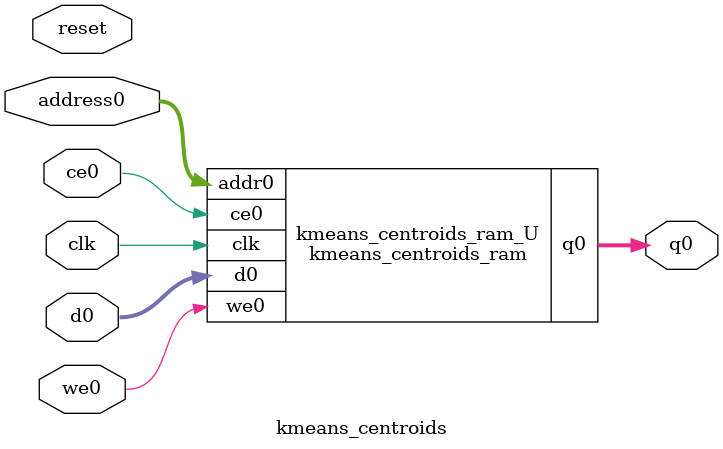
<source format=v>
`timescale 1 ns / 1 ps
module kmeans_centroids_ram (addr0, ce0, d0, we0, q0,  clk);

parameter DWIDTH = 31;
parameter AWIDTH = 20;
parameter MEM_SIZE = 999900;

input[AWIDTH-1:0] addr0;
input ce0;
input[DWIDTH-1:0] d0;
input we0;
output wire[DWIDTH-1:0] q0;
input clk;

(* ram_style = "block" *)reg [DWIDTH-1:0] ram[0:MEM_SIZE-1];
wire [AWIDTH-1:0] addr0_t0; 
reg [AWIDTH-1:0] addr0_t1; 
wire [DWIDTH-1:0] d0_t0; 
wire we0_t0; 
reg [DWIDTH-1:0] d0_t1; 
reg we0_t1; 
reg [DWIDTH-1:0] q0_t0;
reg [DWIDTH-1:0] q0_t1;


assign addr0_t0 = addr0;
assign d0_t0 = d0;
assign we0_t0 = we0;
assign q0 = q0_t1;

always @(posedge clk)  
begin
    if (ce0) 
    begin
        addr0_t1 <= addr0_t0; 
        d0_t1 <= d0_t0;
        we0_t1 <= we0_t0;
        q0_t1 <= q0_t0;
    end
end


always @(posedge clk)  
begin 
    if (ce0) 
    begin
        if (we0_t1) 
        begin 
            ram[addr0_t1] <= d0_t1; 
        end 
        q0_t0 <= ram[addr0_t1];
    end
end


endmodule

`timescale 1 ns / 1 ps
module kmeans_centroids(
    reset,
    clk,
    address0,
    ce0,
    we0,
    d0,
    q0);

parameter DataWidth = 32'd31;
parameter AddressRange = 32'd999900;
parameter AddressWidth = 32'd20;
input reset;
input clk;
input[AddressWidth - 1:0] address0;
input ce0;
input we0;
input[DataWidth - 1:0] d0;
output[DataWidth - 1:0] q0;



kmeans_centroids_ram kmeans_centroids_ram_U(
    .clk( clk ),
    .addr0( address0 ),
    .ce0( ce0 ),
    .we0( we0 ),
    .d0( d0 ),
    .q0( q0 ));

endmodule


</source>
